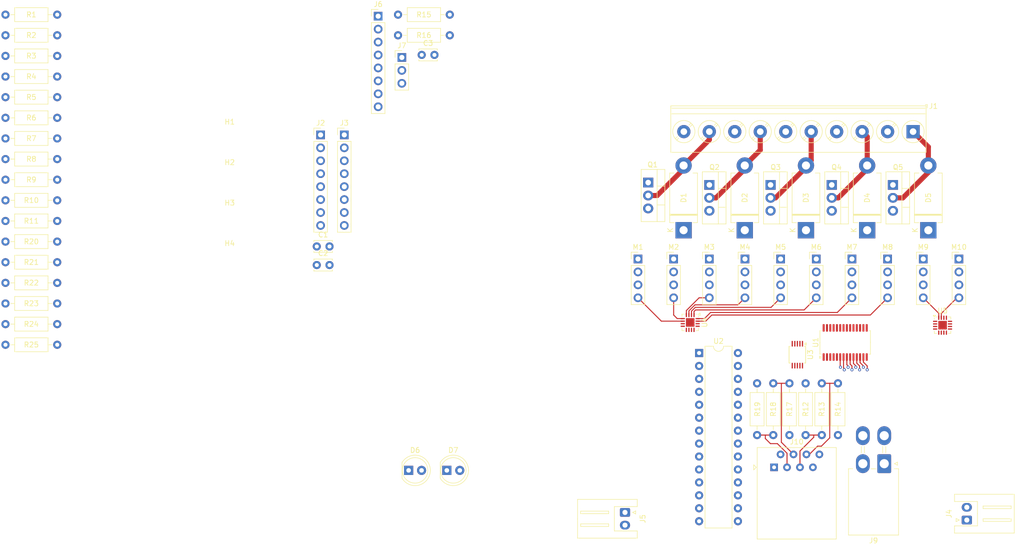
<source format=kicad_pcb>
(kicad_pcb (version 20240108) (generator "pcbnew") (generator_version "8.0")
  (layers (0 "F.Cu" signal) (31 "B.Cu" signal) (34 "B.Paste" user) (35 "F.Paste" user) (36 "B.SilkS" user "B.Silkscreen") (37 "F.SilkS" user "F.Silkscreen") (38 "B.Mask" user) (39 "F.Mask" user) (44 "Edge.Cuts" user))
  (net 0 "")
  (net 1 "GND")
  (net 2 "+5V")
  (net 3 "Net-(D1-A)")
  (net 4 "+12V")
  (net 5 "Net-(D2-A)")
  (net 6 "Net-(D3-A)")
  (net 7 "Net-(D4-A)")
  (net 8 "Net-(D5-A)")
  (net 9 "Net-(D6-K)")
  (net 10 "LED1")
  (net 11 "Net-(D7-K)")
  (net 12 "LED2")
  (net 13 "Net-(J2-Pin_3)")
  (net 14 "Net-(J2-Pin_5)")
  (net 15 "Net-(J2-Pin_2)")
  (net 16 "Net-(J2-Pin_1)")
  (net 17 "Net-(J2-Pin_4)")
  (net 18 "Net-(J3-Pin_5)")
  (net 19 "Net-(J3-Pin_2)")
  (net 20 "Net-(J3-Pin_1)")
  (net 21 "Net-(J3-Pin_3)")
  (net 22 "Net-(J3-Pin_4)")
  (net 23 "LIMIT_SW_R")
  (net 24 "LIMIT_SW_L")
  (net 25 "DSDA-")
  (net 26 "DSCL-")
  (net 27 "DSDA+")
  (net 28 "DSCL+")
  (net 29 "SDA")
  (net 30 "SCL")
  (net 31 "SERVO_FB_1")
  (net 32 "SERVO_FB_2")
  (net 33 "SERVO_FB_3")
  (net 34 "SERVO_FB_4")
  (net 35 "SERVO_FB_5")
  (net 36 "SERVO_FB_6")
  (net 37 "SERVO_FB_7")
  (net 38 "SERVO_FB_8")
  (net 39 "SERVO_FB_9")
  (net 40 "SERVO_FB_10")
  (net 41 "Net-(Q1-G)")
  (net 42 "Net-(Q2-G)")
  (net 43 "Net-(Q3-G)")
  (net 44 "Net-(Q4-G)")
  (net 45 "Net-(Q5-G)")
  (net 46 "Net-(U2-GPA0)")
  (net 47 "Net-(U2-GPA1)")
  (net 48 "Net-(U2-A0)")
  (net 49 "Net-(U2-GPA2)")
  (net 50 "Net-(U2-GPA3)")
  (net 51 "Net-(U2-GPA4)")
  (net 52 "Net-(U1-A0)")
  (net 73 "Net-(U4-ADDR)")
  (net 74 "Net-(U4-DECAP)")
  (net 75 "Net-(U5-DECAP)")
  (net 76 "Net-(U5-ADDR)")
  (footprint "Resistor_THT:R_Axial_DIN0207_L6.3mm_D2.5mm_P10.16mm_Horizontal" (layer "F.Cu") (at 26.835 57.54)
    (property "Reference" "R11")
    (property "Value" "10k")
  )
  (footprint "Connector_Molex:Molex_Mini-Fit_Jr_5569-04A2_2x02_P4.20mm_Horizontal" (layer "F.Cu") (at 199.34 105.185 180)
    (property "Reference" "J9")
    (property "Value" "Conn_02x02_Top_Bottom")
  )
  (footprint "Package_SO:TSSOP-10_3x3mm_P0.5mm" (layer "F.Cu") (at 182.287195 83.786778 -90)
    (property "Reference" "U3")
    (property "Value" "PCA9615DP")
  )
  (footprint "Resistor_THT:R_Axial_DIN0207_L6.3mm_D2.5mm_P10.16mm_Horizontal" (layer "F.Cu") (at 174.38 99.57 90)
    (property "Reference" "R19")
    (property "Value" "600R")
  )
  (footprint "TerminalBlock_Phoenix:TerminalBlock_Phoenix_PT-1,5-10-5.0-H_1x10_P5.00mm_Horizontal" (layer "F.Cu") (at 205 40 180)
    (property "Reference" "J1")
    (property "Value" "Screw_Terminal_01x10")
  )
  (footprint "Package_DFN_QFN:WQFN-16-1EP_3x3mm_P0.5mm_EP1.68x1.68mm" (layer "F.Cu") (at 210.7925 78)
    (property "Reference" "U5")
    (property "Value" "~")
  )
  (footprint "Connector_PinHeader_2.54mm:PinHeader_1x04_P2.54mm_Vertical" (layer "F.Cu") (at 207 65)
    (property "Reference" "M9")
    (property "Value" "Motor_Servo_FB")
  )
  (footprint "MountingHole:MountingHole_3.2mm_M3" (layer "F.Cu") (at 70.845 66.14)
    (property "Reference" "H4")
    (property "Value" "MountingHole")
  )
  (footprint "Connector_JST:JST_XH_S2B-XH-A_1x02_P2.50mm_Horizontal" (layer "F.Cu") (at 215.55 116.25 90)
    (property "Reference" "J4")
    (property "Value" "Conn_01x02")
  )
  (footprint "LED_THT:LED_D5.0mm_Clear" (layer "F.Cu") (at 105.975 106.5)
    (property "Reference" "D6")
    (property "Value" "LED")
  )
  (footprint "MountingHole:MountingHole_3.2mm_M3" (layer "F.Cu") (at 70.845 42.29)
    (property "Reference" "H1")
    (property "Value" "MountingHole")
  )
  (footprint "Resistor_THT:R_Axial_DIN0207_L6.3mm_D2.5mm_P10.16mm_Horizontal" (layer "F.Cu") (at 26.835 45.39)
    (property "Reference" "R8")
    (property "Value" "0R")
  )
  (footprint "Diode_THT:D_DO-201AD_P12.70mm_Horizontal" (layer "F.Cu") (at 208 59.35 90)
    (property "Reference" "D5")
    (property "Value" "SB5100-T")
  )
  (footprint "Resistor_THT:R_Axial_DIN0207_L6.3mm_D2.5mm_P10.16mm_Horizontal" (layer "F.Cu") (at 26.835 73.74)
    (property "Reference" "R23")
    (property "Value" "0R")
  )
  (footprint "Resistor_THT:R_Axial_DIN0207_L6.3mm_D2.5mm_P10.16mm_Horizontal" (layer "F.Cu") (at 183.905 89.41 -90)
    (property "Reference" "R12")
    (property "Value" "600R")
  )
  (footprint "Connector_PinHeader_2.54mm:PinHeader_1x08_P2.54mm_Vertical" (layer "F.Cu") (at 93.345 40.64)
    (property "Reference" "J3")
    (property "Value" "Conn_01x08")
  )
  (footprint "Resistor_THT:R_Axial_DIN0207_L6.3mm_D2.5mm_P10.16mm_Horizontal" (layer "F.Cu") (at 190.255 89.41 -90)
    (property "Reference" "R14")
    (property "Value" "600R")
  )
  (footprint "MountingHole:MountingHole_3.2mm_M3" (layer "F.Cu") (at 70.845 58.19)
    (property "Reference" "H3")
    (property "Value" "MountingHole")
  )
  (footprint "Package_TO_SOT_THT:TO-220-3_Vertical" (layer "F.Cu") (at 177.024444 50.46 -90)
    (property "Reference" "Q3")
    (property "Value" "Q_NMOS_GDS")
  )
  (footprint "Resistor_THT:R_Axial_DIN0207_L6.3mm_D2.5mm_P10.16mm_Horizontal" (layer "F.Cu") (at 103.895 21.09)
    (property "Reference" "R16")
    (property "Value" "10kR")
  )
  (footprint "Resistor_THT:R_Axial_DIN0207_L6.3mm_D2.5mm_P10.16mm_Horizontal" (layer "F.Cu") (at 26.835 33.24)
    (property "Reference" "R5")
    (property "Value" "1k")
  )
  (footprint "Resistor_THT:R_Axial_DIN0207_L6.3mm_D2.5mm_P10.16mm_Horizontal" (layer "F.Cu") (at 26.835 25.14)
    (property "Reference" "R3")
    (property "Value" "0R")
  )
  (footprint "Connector_PinHeader_2.54mm:PinHeader_1x04_P2.54mm_Vertical" (layer "F.Cu") (at 172 65)
    (property "Reference" "M4")
    (property "Value" "Motor_Servo_FB")
  )
  (footprint "Capacitor_THT:C_Disc_D3.4mm_W2.1mm_P2.50mm" (layer "F.Cu") (at 108.545 24.94)
    (property "Reference" "C3")
    (property "Value" "0.1uF")
  )
  (footprint "Connector_PinHeader_2.54mm:PinHeader_1x04_P2.54mm_Vertical" (layer "F.Cu") (at 151 65)
    (property "Reference" "M1")
    (property "Value" "Motor_Servo_FB")
  )
  (footprint "Package_TO_SOT_THT:TO-220-3_Vertical" (layer "F.Cu") (at 153 50 -90)
    (property "Reference" "Q1")
    (property "Value" "Q_NMOS_GDS")
  )
  (footprint "Diode_THT:D_DO-201AD_P12.70mm_Horizontal" (layer "F.Cu") (at 183.975555 59.35 90)
    (property "Reference" "D3")
    (property "Value" "SB5100-T")
  )
  (footprint "Connector_PinHeader_2.54mm:PinHeader_1x04_P2.54mm_Vertical" (layer "F.Cu") (at 214 65)
    (property "Reference" "M10")
    (property "Value" "Motor_Servo_FB")
  )
  (footprint "Resistor_THT:R_Axial_DIN0207_L6.3mm_D2.5mm_P10.16mm_Horizontal" (layer "F.Cu") (at 187.08 99.57 90)
    (property "Reference" "R13")
    (property "Value" "120R")
  )
  (footprint "Package_DIP:DIP-28_W7.62mm" (layer "F.Cu") (at 163 83.46)
    (property "Reference" "U2")
    (property "Value" "MCP23017_SP")
  )
  (footprint "Package_TO_SOT_THT:TO-220-3_Vertical" (layer "F.Cu") (at 165.012222 50.46 -90)
    (property "Reference" "Q2")
    (property "Value" "Q_NMOS_GDS")
  )
  (footprint "Connector_PinHeader_2.54mm:PinHeader_1x04_P2.54mm_Vertical" (layer "F.Cu") (at 193 65)
    (property "Reference" "M7")
    (property "Value" "Motor_Servo_FB")
  )
  (footprint "LED_THT:LED_D5.0mm_Clear" (layer "F.Cu") (at 113.475 106.5)
    (property "Reference" "D7")
    (property "Value" "LED")
  )
  (footprint "Connector_PinHeader_2.54mm:PinHeader_1x04_P2.54mm_Vertical" (layer "F.Cu") (at 179 65)
    (property "Reference" "M5")
    (property "Value" "Motor_Servo_FB")
  )
  (footprint "Package_TO_SOT_THT:TO-220-3_Vertical" (layer "F.Cu") (at 189.036666 50.46 -90)
    (property "Reference" "Q4")
    (property "Value" "Q_NMOS_GDS")
  )
  (footprint "Diode_THT:D_DO-201AD_P12.70mm_Horizontal" (layer "F.Cu") (at 171.963333 59.35 90)
    (property "Reference" "D2")
    (property "Value" "SB5100-T")
  )
  (footprint "Diode_THT:D_DO-201AD_P12.70mm_Horizontal" (layer "F.Cu") (at 195.987777 59.35 90)
    (property "Reference" "D4")
    (property "Value" "SB5100-T")
  )
  (footprint "Resistor_THT:R_Axial_DIN0207_L6.3mm_D2.5mm_P10.16mm_Horizontal" (layer "F.Cu") (at 26.835 49.44)
    (property "Reference" "R9")
    (property "Value" "0R")
  )
  (footprint "Capacitor_THT:C_Disc_D3.4mm_W2.1mm_P2.50mm" (layer "F.Cu") (at 87.945 62.54)
    (property "Reference" "C1")
    (property "Value" "0.1uF")
  )
  (footprint "Resistor_THT:R_Axial_DIN0207_L6.3mm_D2.5mm_P10.16mm_Horizontal" (layer "F.Cu") (at 26.835 65.64)
    (property "Reference" "R21")
    (property "Value" "511R")
  )
  (footprint "Connector_JST:JST_XH_S2B-XH-A_1x02_P2.50mm_Horizontal" (layer "F.Cu") (at 148.45 114.75 -90)
    (property "Reference" "J5")
    (property "Value" "Conn_01x02")
  )
  (footprint "Package_DFN_QFN:WQFN-16-1EP_3x3mm_P0.5mm_EP1.68x1.68mm" (layer "F.Cu") (at 161.25 77.4575 -90)
    (property "Reference" "U4")
    (property "Value" "~")
  )
  (footprint "Connector_PinHeader_2.54mm:PinHeader_1x04_P2.54mm_Vertical" (layer "F.Cu") (at 165 65)
    (property "Reference" "M3")
    (property "Value" "Motor_Servo_FB")
  )
  (footprint "Resistor_THT:R_Axial_DIN0207_L6.3mm_D2.5mm_P10.16mm_Horizontal" (layer "F.Cu") (at 103.895 17.04)
    (property "Reference" "R15")
    (property "Value" "10kR")
  )
  (footprint "Resistor_THT:R_Axial_DIN0207_L6.3mm_D2.5mm_P10.16mm_Horizontal" (layer "F.Cu") (at 26.835 53.49)
    (property "Reference" "R10")
    (property "Value" "10k")
  )
  (footprint "Connector_PinHeader_2.54mm:PinHeader_1x08_P2.54mm_Vertical" (layer "F.Cu") (at 99.995 17.34)
    (property "Reference" "J6")
    (property "Value" "Conn_01x08")
  )
  (footprint "Diode_THT:D_DO-201AD_P12.70mm_Horizontal" (layer "F.Cu") (at 159.951111 59.35 90)
    (property "Reference" "D1")
    (property "Value" "SB5100-T")
  )
  (footprint "Package_TO_SOT_THT:TO-220-3_Vertical" (layer "F.Cu") (at 201.048888 50.46 -90)
    (property "Reference" "Q5")
    (property "Value" "Q_NMOS_GDS")
  )
  (footprint "Resistor_THT:R_Axial_DIN0207_L6.3mm_D2.5mm_P10.16mm_Horizontal" (layer "F.Cu") (at 26.835 41.34)
    (property "Reference" "R7")
    (property "Value" "1k")
  )
  (footprint "Resistor_THT:R_Axial_DIN0207_L6.3mm_D2.5mm_P10.16mm_Horizontal" (layer "F.Cu") (at 180.73 99.57 90)
    (property "Reference" "R17")
    (property "Value" "600R")
  )
  (footprint "Connector_RJ:RJ45_Amphenol_54602-x08_Horizontal" (layer "F.Cu") (at 177.7175 105.9)
    (property "Reference" "J10")
    (property "Value" "8P8C")
  )
  (footprint "Capacitor_THT:C_Disc_D3.4mm_W2.1mm_P2.50mm" (layer "F.Cu") (at 87.945 66.19)
    (property "Reference" "C2")
    (property "Value" "0.1uF")
  )
  (footprint "Resistor_THT:R_Axial_DIN0207_L6.3mm_D2.5mm_P10.16mm_Horizontal" (layer "F.Cu") (at 26.835 29.19)
    (property "Reference" "R4")
    (property "Value" "0R")
  )
  (footprint "Resistor_THT:R_Axial_DIN0207_L6.3mm_D2.5mm_P10.16mm_Horizontal" (layer "F.Cu") (at 26.835 81.84)
    (property "Reference" "R25")
    (property "Value" "0R")
  )
  (footprint "Package_SO:TSSOP-28_4.4x9.7mm_P0.65mm" (layer "F.Cu") (at 191.675 81.3875 90)
    (property "Reference" "U1")
    (property "Value" "PCA9685PW")
  )
  (footprint "Resistor_THT:R_Axial_DIN0207_L6.3mm_D2.5mm_P10.16mm_Horizontal" (layer "F.Cu") (at 177.555 89.41 -90)
    (property "Reference" "R18")
    (property "Value" "120R")
  )
  (footprint "Connector_PinHeader_2.54mm:PinHeader_1x04_P2.54mm_Vertical" (layer "F.Cu") (at 186 65)
    (property "Reference" "M6")
    (property "Value" "Motor_Servo_FB")
  )
  (footprint "MountingHole:MountingHole_3.2mm_M3" (layer "F.Cu") (at 70.845 50.24)
    (property "Reference" "H2")
    (property "Value" "MountingHole")
  )
  (footprint "Connector_PinHeader_2.54mm:PinHeader_1x04_P2.54mm_Vertical" (layer "F.Cu") (at 200 65)
    (property "Reference" "M8")
    (property "Value" "Motor_Servo_FB")
  )
  (footprint "Connector_PinHeader_2.54mm:PinHeader_1x08_P2.54mm_Vertical" (layer "F.Cu") (at 88.695 40.64)
    (property "Reference" "J2")
    (property "Value" "Conn_01x08")
  )
  (footprint "Resistor_THT:R_Axial_DIN0207_L6.3mm_D2.5mm_P10.16mm_Horizontal" (layer "F.Cu") (at 26.835 61.59)
    (property "Reference" "R20")
    (property "Value" "511R")
  )
  (footprint "Resistor_THT:R_Axial_DIN0207_L6.3mm_D2.5mm_P10.16mm_Horizontal" (layer "F.Cu") (at 26.835 69.69)
    (property "Reference" "R22")
    (property "Value" "0R")
  )
  (footprint "Resistor_THT:R_Axial_DIN0207_L6.3mm_D2.5mm_P10.16mm_Horizontal" (layer "F.Cu") (at 26.835 17.04)
    (property "Reference" "R1")
    (property "Value" "1k")
  )
  (footprint "Resistor_THT:R_Axial_DIN0207_L6.3mm_D2.5mm_P10.16mm_Horizontal" (layer "F.Cu") (at 26.835 77.79)
    (property "Reference" "R24")
    (property "Value" "0R")
  )
  (footprint "Resistor_THT:R_Axial_DIN0207_L6.3mm_D2.5mm_P10.16mm_Horizontal" (layer "F.Cu") (at 26.835 37.29)
    (property "Reference" "R6")
    (property "Value" "1k")
  )
  (footprint "Connector_PinHeader_2.54mm:PinHeader_1x04_P2.54mm_Vertical" (layer "F.Cu") (at 158 65)
    (property "Reference" "M2")
    (property "Value" "Motor_Servo_FB")
  )
  (footprint "Connector_PinHeader_2.54mm:PinHeader_1x03_P2.54mm_Vertical" (layer "F.Cu") (at 104.645 25.44)
    (property "Reference" "J7")
    (property "Value" "Conn_01x03")
  )
  (footprint "Resistor_THT:R_Axial_DIN0207_L6.3mm_D2.5mm_P10.16mm_Horizontal" (layer "F.Cu") (at 26.835 21.09)
    (property "Reference" "R2")
    (property "Value" "1k")
  )
  (segment (start 165 40) (end 165 41.601111) (width 1) (layer "F.Cu") (net 3))
  (segment (start 159.951111 47.349445) (end 154.760556 52.54) (width 1) (layer "F.Cu") (net 3))
  (segment (start 165 41.601111) (end 159.951111 46.65) (width 1) (layer "F.Cu") (net 3))
  (segment (start 159.951111 46.65) (end 159.951111 47.349445) (width 1) (layer "F.Cu") (net 3))
  (segment (start 154.760556 52.54) (end 153 52.54) (width 1) (layer "F.Cu") (net 3))
  (segment (start 171.963333 47.343334) (end 166.306667 53) (width 1) (layer "F.Cu") (net 5))
  (segment (start 175 43.613333) (end 171.963333 46.65) (width 1) (layer "F.Cu") (net 5))
  (segment (start 166.306667 53) (end 165.012222 53) (width 1) (layer "F.Cu") (net 5))
  (segment (start 175 40) (end 175 43.613333) (width 1) (layer "F.Cu") (net 5))
  (segment (start 171.963333 46.65) (end 171.963333 47.343334) (width 1) (layer "F.Cu") (net 5))
  (segment (start 183.975555 46.65) (end 183.975555 47.024445) (width 1) (layer "F.Cu") (net 6))
  (segment (start 178 53) (end 177.024444 53) (width 1) (layer "F.Cu") (net 6))
  (segment (start 185 45.625555) (end 183.975555 46.65) (width 1) (layer "F.Cu") (net 6))
  (segment (start 183.975555 47.024445) (end 178 53) (width 1) (layer "F.Cu") (net 6))
  (segment (start 185 40) (end 185 45.625555) (width 1) (layer "F.Cu") (net 6))
  (segment (start 195.987777 46.65) (end 195.987777 47.331112) (width 1) (layer "F.Cu") (net 7))
  (segment (start 195.987777 47.331112) (end 190.318889 53) (width 1) (layer "F.Cu") (net 7))
  (segment (start 190.318889 53) (end 189.036666 53) (width 1) (layer "F.Cu") (net 7))
  (segment (start 195 40) (end 196 41) (width 1) (layer "F.Cu") (net 7))
  (segment (start 196 41) (end 196 46.637777) (width 1) (layer "F.Cu") (net 7))
  (segment (start 196 46.637777) (end 195.987777 46.65) (width 1) (layer "F.Cu") (net 7))
  (segment (start 205 40) (end 208 43) (width 1) (layer "F.Cu") (net 8))
  (segment (start 203 53) (end 201.048888 53) (width 1) (layer "F.Cu") (net 8))
  (segment (start 208 43) (end 208 46.65) (width 1) (layer "F.Cu") (net 8))
  (segment (start 208 48) (end 203 53) (width 1) (layer "F.Cu") (net 8))
  (segment (start 208 46.65) (end 208 48) (width 1) (layer "F.Cu") (net 8))
  (segment (start 192 85.75) (end 192 84.25) (width 0.2) (layer "F.Cu") (net 13))
  (segment (start 192.25 86.25) (end 192.25 86) (width 0.2) (layer "F.Cu") (net 13))
  (segment (start 192.25 86) (end 192 85.75) (width 0.2) (layer "F.Cu") (net 13))
  (via (at 192.25 86.25) (size 0.6) (drill 0.3) (layers "F.Cu" "B.Cu") (net 13))
  (segment (start 193.75 86.25) (end 193.75 85.968749) (width 0.2) (layer "F.Cu") (net 14))
  (segment (start 193.3 85.518749) (end 193.3 84.25) (width 0.2) (layer "F.Cu") (net 14))
  (segment (start 193.75 85.968749) (end 193.3 85.518749) (width 0.2) (layer "F.Cu") (net 14))
  (via (at 193.75 86.25) (size 0.6) (drill 0.3) (layers "F.Cu" "B.Cu") (net 14))
  (segment (start 191.5 86.75) (end 191.5 86.5) (width 0.2) (layer "F.Cu") (net 15))
  (segment (start 191.35 86.35) (end 191.35 84.25) (width 0.2) (layer "F.Cu") (net 15))
  (segment (start 191.5 86.5) (end 191.35 86.35) (width 0.2) (layer "F.Cu") (net 15))
  (via (at 191.5 86.75) (size 0.6) (drill 0.3) (layers "F.Cu" "B.Cu") (net 15))
  (segment (start 190.75 86.25) (end 190.7 86.2) (width 0.2) (layer "F.Cu") (net 16))
  (segment (start 190.7 86.2) (end 190.7 84.25) (width 0.2) (layer "F.Cu") (net 16))
  (via (at 190.75 86.25) (size 0.6) (drill 0.3) (layers "F.Cu" "B.Cu") (net 16))
  (segment (start 193 86.75) (end 193 86) (width 0.2) (layer "F.Cu") (net 17))
  (segment (start 192.65 85.65) (end 192.65 84.25) (width 0.2) (layer "F.Cu") (net 17))
  (segment (start 193 86) (end 192.65 85.65) (width 0.2) (layer "F.Cu") (net 17))
  (via (at 193 86.75) (size 0.6) (drill 0.3) (layers "F.Cu" "B.Cu") (net 17))
  (segment (start 194.6 85.35) (end 194.6 84.25) (width 0.2) (layer "F.Cu") (net 19))
  (segment (start 195.25 86) (end 194.6 85.35) (width 0.2) (layer "F.Cu") (net 19))
  (segment (start 195.25 86.25) (end 195.25 86) (width 0.2) (layer "F.Cu") (net 19))
  (via (at 195.25 86.25) (size 0.6) (drill 0.3) (layers "F.Cu" "B.Cu") (net 19))
  (segment (start 194.5 86) (end 193.95 85.45) (width 0.2) (layer "F.Cu") (net 20))
  (segment (start 194.5 86.75) (end 194.5 86) (width 0.2) (layer "F.Cu") (net 20))
  (segment (start 193.95 85.45) (end 193.95 84.25) (width 0.2) (layer "F.Cu") (net 20))
  (via (at 194.5 86.75) (size 0.6) (drill 0.3) (layers "F.Cu" "B.Cu") (net 20))
  (segment (start 195.25 85.25) (end 195.25 84.25) (width 0.2) (layer "F.Cu") (net 21))
  (segment (start 196 86.75) (end 196 86) (width 0.2) (layer "F.Cu") (net 21))
  (segment (start 196 86) (end 195.25 85.25) (width 0.2) (layer "F.Cu") (net 21))
  (via (at 196 86.75) (size 0.6) (drill 0.3) (layers "F.Cu" "B.Cu") (net 21))
  (segment (start 184.0675 103.36) (end 184.64 103.36) (width 0.2) (layer "F.Cu") (net 25))
  (segment (start 190.255 89.41) (end 188.638716 89.41) (width 0.2) (layer "F.Cu") (net 25))
  (segment (start 188.638716 100.111284) (end 188.638716 89.41) (width 0.2) (layer "F.Cu") (net 25))
  (segment (start 188.638716 89.41) (end 187.08 89.41) (width 0.2) (layer "F.Cu") (net 25))
  (segment (start 187 101.75) (end 188.638716 100.111284) (width 0.2) (layer "F.Cu") (net 25))
  (segment (start 184.64 103.36) (end 186.25 101.75) (width 0.2) (layer "F.Cu") (net 25))
  (segment (start 186.25 101.75) (end 187 101.75) (width 0.2) (layer "F.Cu") (net 25))
  (segment (start 178.362425 101.25) (end 177 101.25) (width 0.2) (layer "F.Cu") (net 26))
  (segment (start 176 100.25) (end 176 99.57) (width 0.2) (layer "F.Cu") (net 26))
  (segment (start 177 101.25) (end 176 100.25) (width 0.2) (layer "F.Cu") (net 26))
  (segment (start 180.2575 103.145075) (end 178.362425 101.25) (width 0.2) (layer "F.Cu") (net 26))
  (segment (start 176 99.57) (end 174.38 99.57) (width 0.2) (layer "F.Cu") (net 26))
  (segment (start 180.2575 105.9) (end 180.2575 103.145075) (width 0.2) (layer "F.Cu") (net 26))
  (segment (start 177.555 99.57) (end 176 99.57) (width 0.2) (layer "F.Cu") (net 26))
  (segment (start 182.7975 105.9) (end 182.7975 102.7025) (width 0.2) (layer "F.Cu") (net 27))
  (segment (start 185.5 99.57) (end 183.905 99.57) (width 0.2) (layer "F.Cu") (net 27))
  (segment (start 187.08 99.57) (end 185.5 99.57) (width 0.2) (layer "F.Cu") (net 27))
  (segment (start 185.5 100) (end 185.5 99.57) (width 0.2) (layer "F.Cu") (net 27))
  (segment (start 182.7975 102.7025) (end 185.5 100) (width 0.2) (layer "F.Cu") (net 27))
  (segment (start 179.146373 100.978873) (end 179.146373 89.513627) (width 0.2) (layer "F.Cu") (net 28))
  (segment (start 179.25 89.41) (end 180.73 89.41) (width 0.2) (layer "F.Cu") (net 28))
  (segment (start 181.5275 103.36) (end 179.146373 100.978873) (width 0.2) (layer "F.Cu") (net 28))
  (segment (start 177.555 89.41) (end 179.25 89.41) (width 0.2) (layer "F.Cu") (net 28))
  (segment (start 155.5875 77.2075) (end 151 72.62) (width 0.2) (layer "F.Cu") (net 31))
  (segment (start 159.7925 77.2075) (end 155.5875 77.2075) (width 0.2) (layer "F.Cu") (net 31))
  (segment (start 158 72.62) (end 158 76) (width 0.2) (layer "F.Cu") (net 32))
  (segment (start 158.7075 76.7075) (end 159.7925 76.7075) (width 0.2) (layer "F.Cu") (net 32))
  (segment (start 158 76) (end 158.7075 76.7075) (width 0.2) (layer "F.Cu") (net 32))
  (segment (start 160.5 76) (end 160.5 75.118628) (width 0.2) (layer "F.Cu") (net 33))
  (segment (start 162.998628 72.62) (end 165 72.62) (width 0.2) (layer "F.Cu") (net 33))
  (segment (start 160.5 75.118628) (end 162.998628 72.62) (width 0.2) (layer "F.Cu") (net 33))
  (segment (start 161 76) (end 161 75.184314) (width 0.2) (layer "F.Cu") (net 34))
  (segment (start 162.184314 74) (end 170.62 74) (width 0.2) (layer "F.Cu") (net 34))
  (segment (start 161 75.184314) (end 162.184314 74) (width 0.2) (layer "F.Cu") (net 34))
  (segment (start 170.62 74) (end 172 72.62) (width 0.2) (layer "F.Cu") (net 34))
  (segment (start 161.5 75.25) (end 162.25 74.5) (width 0.2) (layer "F.Cu") (net 35))
  (segment (start 177.12 74.5) (end 179 72.62) (width 0.2) (layer "F.Cu") (net 35))
  (segment (start 161.5 76) (end 161.5 75.25) (width 0.2) (layer "F.Cu") (net 35))
  (segment (start 162.25 74.5) (end 177.12 74.5) (width 0.2) (layer "F.Cu") (net 35))
  (segment (start 162.315686 75) (end 162 75.315686) (width 0.2) (layer "F.Cu") (net 36))
  (segment (start 186 72.62) (end 183.62 75) (width 0.2) (layer "F.Cu") (net 36))
  (segment (start 183.62 75) (end 162.315686 75) (width 0.2) (layer "F.Cu") (net 36))
  (segment (start 162 75.315686) (end 162 76) (width 0.2) (layer "F.Cu") (net 36))
  (segment (start 190.12 75.5) (end 165.25 75.5) (width 0.2) (layer "F.Cu") (net 37))
  (segment (start 164.0425 76.7075) (end 162.7075 76.7075) (width 0.2) (layer "F.Cu") (net 37))
  (segment (start 165.25 75.5) (end 164.0425 76.7075) (width 0.2) (layer "F.Cu") (net 37))
  (segment (start 193 72.62) (end 190.12 75.5) (width 0.2) (layer "F.Cu") (net 37))
  (segment (start 165.5 76) (end 196.62 76) (width 0.2) (layer "F.Cu") (net 38))
  (segment (start 162.7075 77.2075) (end 164.2925 77.2075) (width 0.2) (layer "F.Cu") (net 38))
  (segment (start 196.62 76) (end 200 72.62) (width 0.2) (layer "F.Cu") (net 38))
  (segment (start 164.2925 77.2075) (end 165.5 76) (width 0.2) (layer "F.Cu") (net 38))
  (segment (start 210.0425 76.5425) (end 210.0425 75.6625) (width 0.2) (layer "F.Cu") (net 39))
  (segment (start 210.0425 75.6625) (end 207 72.62) (width 0.2) (layer "F.Cu") (net 39))
  (segment (start 210.5425 76.5425) (end 210.5425 75.69718) (width 0.2) (layer "F.Cu") (net 40))
  (segment (start 213.61968 72.62) (end 214 72.62) (width 0.2) (layer "F.Cu") (net 40))
  (segment (start 210.5425 75.69718) (end 213.61968 72.62) (width 0.2) (layer "F.Cu") (net 40))
)
</source>
